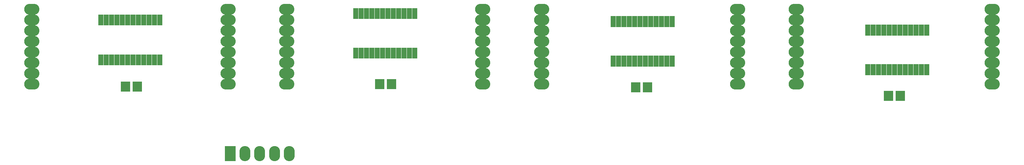
<source format=gbr>
G04 DipTrace 2.4.0.2*
%INÍèæíÿìàñêà.gbr*%
%MOMM*%
%ADD27R,1.2X2.6*%
%ADD29R,2.2X2.4*%
%ADD31O,3.6X2.6*%
%ADD33O,2.6X3.6*%
%ADD35R,2.6X3.6*%
%FSLAX53Y53*%
G04*
G71*
G90*
G75*
G01*
%LNBotMask*%
%LPD*%
D35*
X63176Y14762D3*
D33*
X66676D3*
X70176D3*
X73676D3*
X77176D3*
D31*
X62665Y31210D3*
Y33750D3*
Y36290D3*
Y38830D3*
Y41370D3*
Y43910D3*
Y46450D3*
Y48990D3*
X16265Y31210D3*
Y33750D3*
Y36290D3*
Y38830D3*
Y41370D3*
Y43910D3*
Y46450D3*
Y48990D3*
X123018Y31210D3*
Y33750D3*
Y36290D3*
Y38830D3*
Y41370D3*
Y43910D3*
Y46450D3*
Y48990D3*
X76618Y31210D3*
Y33750D3*
Y36290D3*
Y38830D3*
Y41370D3*
Y43910D3*
Y46450D3*
Y48990D3*
X183337Y31210D3*
Y33750D3*
Y36290D3*
Y38830D3*
Y41370D3*
Y43910D3*
Y46450D3*
Y48990D3*
X136937Y31210D3*
Y33750D3*
Y36290D3*
Y38830D3*
Y41370D3*
Y43910D3*
Y46450D3*
Y48990D3*
X243655Y31210D3*
Y33750D3*
Y36290D3*
Y38830D3*
Y41370D3*
Y43910D3*
Y46450D3*
Y48990D3*
X197255Y31210D3*
Y33750D3*
Y36290D3*
Y38830D3*
Y41370D3*
Y43910D3*
Y46450D3*
Y48990D3*
D29*
X38413Y30635D3*
X41213D3*
X98573Y31270D3*
X101373D3*
X159209Y30477D3*
X162009D3*
X219052Y28413D3*
X221852D3*
D27*
X32601Y46446D3*
X33871D3*
X35141D3*
X36411D3*
X37681D3*
X38951D3*
X40221D3*
X41491D3*
X42761D3*
X44031D3*
X45301D3*
X46571D3*
Y37046D3*
X45301D3*
X44031D3*
X42761D3*
X41491D3*
X40221D3*
X38951D3*
X37681D3*
X36411D3*
X35141D3*
X33871D3*
X32601D3*
X92955Y48035D3*
X94225D3*
X95495D3*
X96765D3*
X98035D3*
X99305D3*
X100575D3*
X101845D3*
X103115D3*
X104385D3*
X105655D3*
X106925D3*
Y38635D3*
X105655D3*
X104385D3*
X103115D3*
X101845D3*
X100575D3*
X99305D3*
X98035D3*
X96765D3*
X95495D3*
X94225D3*
X92955D3*
G36*
X154474Y44829D2*
X153274D1*
Y47428D1*
X154474D1*
Y44829D1*
G37*
G36*
X155744D2*
X154544D1*
Y47428D1*
X155744D1*
Y44829D1*
G37*
G36*
X157014D2*
X155814D1*
Y47428D1*
X157014D1*
Y44829D1*
G37*
G36*
X158284D2*
X157084D1*
Y47428D1*
X158284D1*
Y44829D1*
G37*
G36*
X159554D2*
X158354D1*
Y47428D1*
X159554D1*
Y44829D1*
G37*
G36*
X160824D2*
X159624D1*
Y47428D1*
X160824D1*
Y44829D1*
G37*
G36*
X162094D2*
X160894D1*
Y47428D1*
X162094D1*
Y44829D1*
G37*
G36*
X163364D2*
X162164D1*
Y47428D1*
X163364D1*
Y44829D1*
G37*
G36*
X164634D2*
X163434D1*
Y47428D1*
X164634D1*
Y44829D1*
G37*
G36*
X165904D2*
X164704D1*
Y47428D1*
X165904D1*
Y44829D1*
G37*
G36*
X167174D2*
X165974D1*
Y47428D1*
X167174D1*
Y44829D1*
G37*
G36*
X168444D2*
X167244D1*
Y47428D1*
X168444D1*
Y44829D1*
G37*
G36*
Y35429D2*
X167244D1*
Y38028D1*
X168444D1*
Y35429D1*
G37*
G36*
X167174D2*
X165974D1*
Y38028D1*
X167174D1*
Y35429D1*
G37*
G36*
X165904D2*
X164704D1*
Y38028D1*
X165904D1*
Y35429D1*
G37*
G36*
X164634D2*
X163434D1*
Y38028D1*
X164634D1*
Y35429D1*
G37*
G36*
X163364D2*
X162164D1*
Y38028D1*
X163364D1*
Y35429D1*
G37*
G36*
X162094D2*
X160894D1*
Y38028D1*
X162094D1*
Y35429D1*
G37*
G36*
X160824D2*
X159624D1*
Y38028D1*
X160824D1*
Y35429D1*
G37*
G36*
X159554D2*
X158354D1*
Y38028D1*
X159554D1*
Y35429D1*
G37*
G36*
X158284D2*
X157084D1*
Y38028D1*
X158284D1*
Y35429D1*
G37*
G36*
X157014D2*
X155814D1*
Y38028D1*
X157014D1*
Y35429D1*
G37*
G36*
X155744D2*
X154544D1*
Y38028D1*
X155744D1*
Y35429D1*
G37*
G36*
X154474D2*
X153274D1*
Y38028D1*
X154474D1*
Y35429D1*
G37*
G36*
X214792Y42765D2*
X213592D1*
Y45365D1*
X214792D1*
Y42765D1*
G37*
G36*
X216062D2*
X214862D1*
Y45365D1*
X216062D1*
Y42765D1*
G37*
G36*
X217332D2*
X216132D1*
Y45365D1*
X217332D1*
Y42765D1*
G37*
G36*
X218602D2*
X217402D1*
Y45365D1*
X218602D1*
Y42765D1*
G37*
G36*
X219872D2*
X218672D1*
Y45365D1*
X219872D1*
Y42765D1*
G37*
G36*
X221142D2*
X219942D1*
Y45365D1*
X221142D1*
Y42765D1*
G37*
G36*
X222412D2*
X221212D1*
Y45365D1*
X222412D1*
Y42765D1*
G37*
G36*
X223682D2*
X222482D1*
Y45365D1*
X223682D1*
Y42765D1*
G37*
G36*
X224952D2*
X223752D1*
Y45365D1*
X224952D1*
Y42765D1*
G37*
G36*
X226222D2*
X225022D1*
Y45365D1*
X226222D1*
Y42765D1*
G37*
G36*
X227492D2*
X226292D1*
Y45365D1*
X227492D1*
Y42765D1*
G37*
G36*
X228762D2*
X227562D1*
Y45365D1*
X228762D1*
Y42765D1*
G37*
G36*
Y33365D2*
X227562D1*
Y35965D1*
X228762D1*
Y33365D1*
G37*
G36*
X227492D2*
X226292D1*
Y35965D1*
X227492D1*
Y33365D1*
G37*
G36*
X226222D2*
X225022D1*
Y35965D1*
X226222D1*
Y33365D1*
G37*
G36*
X224952D2*
X223752D1*
Y35965D1*
X224952D1*
Y33365D1*
G37*
G36*
X223682D2*
X222482D1*
Y35965D1*
X223682D1*
Y33365D1*
G37*
G36*
X222412D2*
X221212D1*
Y35965D1*
X222412D1*
Y33365D1*
G37*
G36*
X221142D2*
X219942D1*
Y35965D1*
X221142D1*
Y33365D1*
G37*
G36*
X219872D2*
X218672D1*
Y35965D1*
X219872D1*
Y33365D1*
G37*
G36*
X218602D2*
X217402D1*
Y35965D1*
X218602D1*
Y33365D1*
G37*
G36*
X217332D2*
X216132D1*
Y35965D1*
X217332D1*
Y33365D1*
G37*
G36*
X216062D2*
X214862D1*
Y35965D1*
X216062D1*
Y33365D1*
G37*
G36*
X214792D2*
X213592D1*
Y35965D1*
X214792D1*
Y33365D1*
G37*
M02*

</source>
